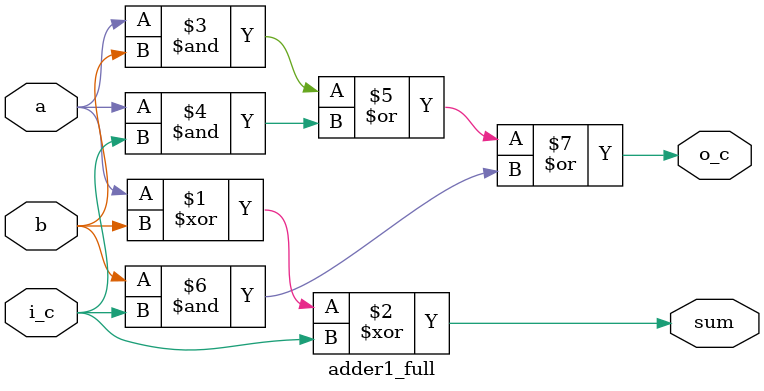
<source format=v>
/*
based on https://fiona.dmcs.pl/~cmaj/Verilog/Jezyk%20verilog%20w%20projektowaniu%20ukladow%20fpga.PDF
*/
module adder4(
  input [3:0] a,
  input [3:0] b,
  input i_c,  //input carry
  output[3:0] sum,
  output o_c //output carry
  );

  wire c1, c2, c3;  //helping carry to connect 1bit's addres

  adder1_full S1(a[0], b[0], i_c, sum[0], c1);
  adder1_full S2(a[1], b[1], c1, sum[1], c2);
  adder1_full S3(a[2], b[2], c2, sum[2], c3);
  adder1_full S4(a[3], b[3], c3, sum[3], o_c);

endmodule //adder4


module adder1_full(
  input a,
  input b,
  input i_c,
  output sum,
  output o_c
  );

  //sum = a xor b xor i_c
  assign sum = a ^ b ^ i_c;

  //carry = (a and b) or (a and i_c) or (b and i_c)
  assign o_c = (a & b) | (a & i_c) | (b & i_c);

endmodule //adder1_full


</source>
